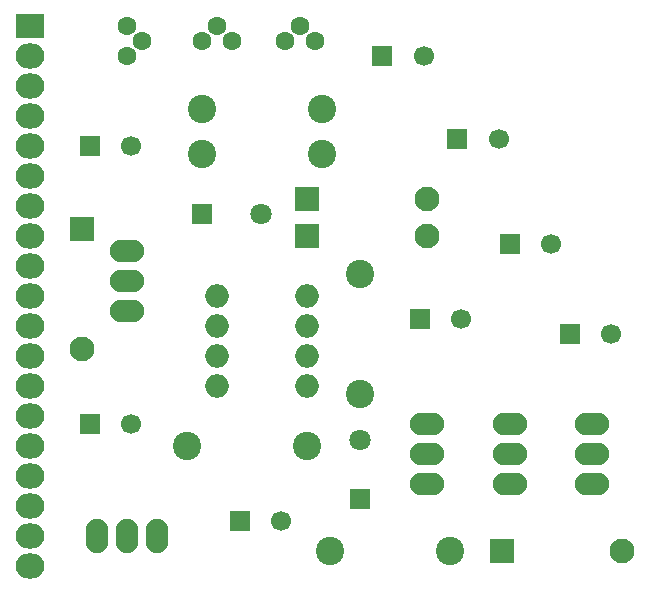
<source format=gts>
G04 #@! TF.FileFunction,Soldermask,Top*
%FSLAX46Y46*%
G04 Gerber Fmt 4.6, Leading zero omitted, Abs format (unit mm)*
G04 Created by KiCad (PCBNEW 4.0.4+e1-6308~48~ubuntu16.04.1-stable) date Fri Nov  4 19:49:53 2016*
%MOMM*%
%LPD*%
G01*
G04 APERTURE LIST*
%ADD10C,0.100000*%
%ADD11R,1.800000X1.800000*%
%ADD12C,1.800000*%
%ADD13O,2.000000X2.000000*%
%ADD14O,2.899360X1.901140*%
%ADD15O,1.901140X2.899360*%
%ADD16R,2.432000X2.127200*%
%ADD17O,2.432000X2.127200*%
%ADD18C,1.600000*%
%ADD19C,2.398980*%
%ADD20C,1.700000*%
%ADD21R,1.700000X1.700000*%
%ADD22C,2.099260*%
%ADD23R,2.099260X2.099260*%
G04 APERTURE END LIST*
D10*
D11*
X60960000Y-84455000D03*
D12*
X60960000Y-79455000D03*
D11*
X47625000Y-60325000D03*
D12*
X52625000Y-60325000D03*
D13*
X48895000Y-67310000D03*
X48895000Y-69850000D03*
X48895000Y-72390000D03*
X48895000Y-74930000D03*
X56515000Y-74930000D03*
X56515000Y-72390000D03*
X56515000Y-69850000D03*
X56515000Y-67310000D03*
D14*
X41275000Y-66040000D03*
X41275000Y-63500000D03*
X41275000Y-68580000D03*
D15*
X41275000Y-87630000D03*
X38735000Y-87630000D03*
X43815000Y-87630000D03*
D14*
X66675000Y-80645000D03*
X66675000Y-78105000D03*
X66675000Y-83185000D03*
X80645000Y-80645000D03*
X80645000Y-78105000D03*
X80645000Y-83185000D03*
X73660000Y-80645000D03*
X73660000Y-78105000D03*
X73660000Y-83185000D03*
D16*
X33020000Y-44450000D03*
D17*
X33020000Y-46990000D03*
X33020000Y-49530000D03*
X33020000Y-52070000D03*
X33020000Y-54610000D03*
X33020000Y-57150000D03*
X33020000Y-59690000D03*
X33020000Y-62230000D03*
X33020000Y-64770000D03*
X33020000Y-67310000D03*
X33020000Y-69850000D03*
X33020000Y-72390000D03*
X33020000Y-74930000D03*
X33020000Y-77470000D03*
X33020000Y-80010000D03*
X33020000Y-82550000D03*
X33020000Y-85090000D03*
X33020000Y-87630000D03*
X33020000Y-90170000D03*
D18*
X57150000Y-45720000D03*
X55880000Y-44450000D03*
X54610000Y-45720000D03*
X50165000Y-45720000D03*
X48895000Y-44450000D03*
X47625000Y-45720000D03*
X41275000Y-46990000D03*
X42545000Y-45720000D03*
X41275000Y-44450000D03*
D19*
X46355000Y-80010000D03*
X56515000Y-80010000D03*
X47625000Y-51435000D03*
X57785000Y-51435000D03*
X47625000Y-55245000D03*
X57785000Y-55245000D03*
X58420000Y-88900000D03*
X68580000Y-88900000D03*
X60960000Y-75565000D03*
X60960000Y-65405000D03*
D20*
X82240000Y-70485000D03*
D21*
X78740000Y-70485000D03*
D20*
X77160000Y-62865000D03*
D21*
X73660000Y-62865000D03*
D20*
X72715000Y-53975000D03*
D21*
X69215000Y-53975000D03*
D20*
X66365000Y-46990000D03*
D21*
X62865000Y-46990000D03*
D20*
X69540000Y-69215000D03*
D21*
X66040000Y-69215000D03*
D20*
X54300000Y-86360000D03*
D21*
X50800000Y-86360000D03*
D20*
X41600000Y-78105000D03*
D21*
X38100000Y-78105000D03*
D20*
X41600000Y-54610000D03*
D21*
X38100000Y-54610000D03*
D22*
X66675520Y-62227460D03*
D23*
X56515520Y-62227460D03*
D22*
X66675520Y-59052460D03*
D23*
X56515520Y-59052460D03*
D22*
X83185520Y-88897460D03*
D23*
X73025520Y-88897460D03*
D22*
X37467540Y-71755520D03*
D23*
X37467540Y-61595520D03*
M02*

</source>
